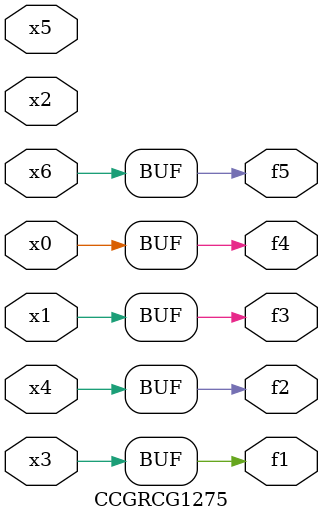
<source format=v>
module CCGRCG1275(
	input x0, x1, x2, x3, x4, x5, x6,
	output f1, f2, f3, f4, f5
);
	assign f1 = x3;
	assign f2 = x4;
	assign f3 = x1;
	assign f4 = x0;
	assign f5 = x6;
endmodule

</source>
